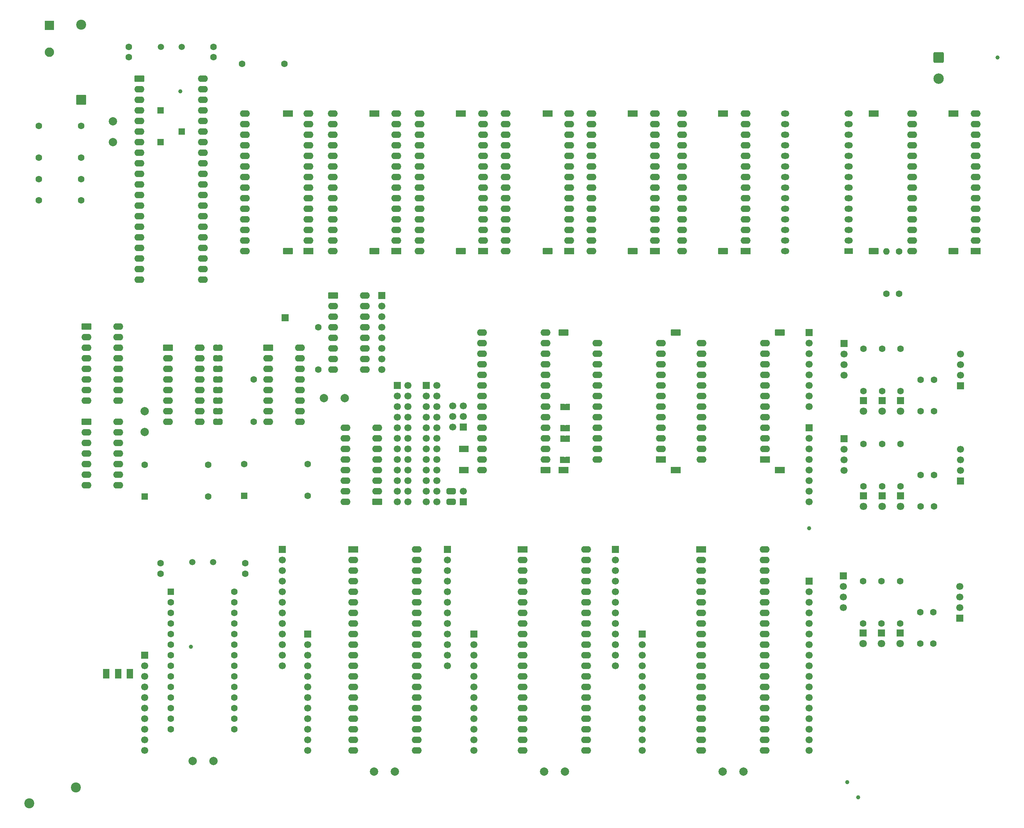
<source format=gbs>
G04 #@! TF.GenerationSoftware,KiCad,Pcbnew,9.0.2*
G04 #@! TF.CreationDate,2025-07-01T19:52:47+02:00*
G04 #@! TF.ProjectId,CPU_X-3,4350555f-582d-4332-9e6b-696361645f70,3*
G04 #@! TF.SameCoordinates,Original*
G04 #@! TF.FileFunction,Soldermask,Bot*
G04 #@! TF.FilePolarity,Negative*
%FSLAX46Y46*%
G04 Gerber Fmt 4.6, Leading zero omitted, Abs format (unit mm)*
G04 Created by KiCad (PCBNEW 9.0.2) date 2025-07-01 19:52:47*
%MOMM*%
%LPD*%
G01*
G04 APERTURE LIST*
G04 Aperture macros list*
%AMRoundRect*
0 Rectangle with rounded corners*
0 $1 Rounding radius*
0 $2 $3 $4 $5 $6 $7 $8 $9 X,Y pos of 4 corners*
0 Add a 4 corners polygon primitive as box body*
4,1,4,$2,$3,$4,$5,$6,$7,$8,$9,$2,$3,0*
0 Add four circle primitives for the rounded corners*
1,1,$1+$1,$2,$3*
1,1,$1+$1,$4,$5*
1,1,$1+$1,$6,$7*
1,1,$1+$1,$8,$9*
0 Add four rect primitives between the rounded corners*
20,1,$1+$1,$2,$3,$4,$5,0*
20,1,$1+$1,$4,$5,$6,$7,0*
20,1,$1+$1,$6,$7,$8,$9,0*
20,1,$1+$1,$8,$9,$2,$3,0*%
%AMFreePoly0*
4,1,23,0.500000,-0.750000,0.000000,-0.750000,0.000000,-0.745722,-0.065263,-0.745722,-0.191342,-0.711940,-0.304381,-0.646677,-0.396677,-0.554381,-0.461940,-0.441342,-0.495722,-0.315263,-0.495722,-0.250000,-0.500000,-0.250000,-0.500000,0.250000,-0.495722,0.250000,-0.495722,0.315263,-0.461940,0.441342,-0.396677,0.554381,-0.304381,0.646677,-0.191342,0.711940,-0.065263,0.745722,0.000000,0.745722,
0.000000,0.750000,0.500000,0.750000,0.500000,-0.750000,0.500000,-0.750000,$1*%
%AMFreePoly1*
4,1,23,0.000000,0.745722,0.065263,0.745722,0.191342,0.711940,0.304381,0.646677,0.396677,0.554381,0.461940,0.441342,0.495722,0.315263,0.495722,0.250000,0.500000,0.250000,0.500000,-0.250000,0.495722,-0.250000,0.495722,-0.315263,0.461940,-0.441342,0.396677,-0.554381,0.304381,-0.646677,0.191342,-0.711940,0.065263,-0.745722,0.000000,-0.745722,0.000000,-0.750000,-0.500000,-0.750000,
-0.500000,0.750000,0.000000,0.750000,0.000000,0.745722,0.000000,0.745722,$1*%
G04 Aperture macros list end*
%ADD10C,1.800000*%
%ADD11R,1.800000X1.800000*%
%ADD12C,1.600000*%
%ADD13R,1.700000X1.700000*%
%ADD14C,1.700000*%
%ADD15RoundRect,0.142858X-1.057142X-0.657142X1.057142X-0.657142X1.057142X0.657142X-1.057142X0.657142X0*%
%ADD16R,2.400000X1.600000*%
%ADD17C,2.000000*%
%ADD18RoundRect,0.250000X-0.950000X-0.550000X0.950000X-0.550000X0.950000X0.550000X-0.950000X0.550000X0*%
%ADD19O,2.400000X1.600000*%
%ADD20C,2.400000*%
%ADD21C,1.500000*%
%ADD22RoundRect,0.142858X1.057142X0.657142X-1.057142X0.657142X-1.057142X-0.657142X1.057142X-0.657142X0*%
%ADD23RoundRect,0.250000X0.950000X0.550000X-0.950000X0.550000X-0.950000X-0.550000X0.950000X-0.550000X0*%
%ADD24R,2.000000X1.440000*%
%ADD25O,2.000000X1.440000*%
%ADD26R,1.600000X1.600000*%
%ADD27RoundRect,0.250000X-1.000000X1.000000X-1.000000X-1.000000X1.000000X-1.000000X1.000000X1.000000X0*%
%ADD28C,2.500000*%
%ADD29RoundRect,0.250000X-0.550000X-0.550000X0.550000X-0.550000X0.550000X0.550000X-0.550000X0.550000X0*%
%ADD30RoundRect,0.250001X0.949999X-0.949999X0.949999X0.949999X-0.949999X0.949999X-0.949999X-0.949999X0*%
%ADD31R,2.250000X2.250000*%
%ADD32C,2.250000*%
%ADD33O,1.600000X1.600000*%
%ADD34FreePoly0,0.000000*%
%ADD35FreePoly1,0.000000*%
%ADD36C,1.000000*%
%ADD37R,1.500000X1.000000*%
%ADD38R,1.500000X1.500000*%
%ADD39R,1.000000X1.500000*%
G04 APERTURE END LIST*
G36*
X75796000Y-121273000D02*
G01*
X76096000Y-121273000D01*
X76096000Y-119773000D01*
X75796000Y-119773000D01*
X75796000Y-121273000D01*
G37*
G36*
X75796000Y-116193000D02*
G01*
X76096000Y-116193000D01*
X76096000Y-114693000D01*
X75796000Y-114693000D01*
X75796000Y-116193000D01*
G37*
G36*
X55614000Y-188760000D02*
G01*
X54114000Y-188760000D01*
X54114000Y-188460000D01*
X55614000Y-188460000D01*
X55614000Y-188760000D01*
G37*
G36*
X159123000Y-132957000D02*
G01*
X159423000Y-132957000D01*
X159423000Y-131457000D01*
X159123000Y-131457000D01*
X159123000Y-132957000D01*
G37*
G36*
X49899000Y-188760000D02*
G01*
X48399000Y-188760000D01*
X48399000Y-188460000D01*
X49899000Y-188460000D01*
X49899000Y-188760000D01*
G37*
G36*
X75796000Y-128893000D02*
G01*
X76096000Y-128893000D01*
X76096000Y-127393000D01*
X75796000Y-127393000D01*
X75796000Y-128893000D01*
G37*
G36*
X159123000Y-125337000D02*
G01*
X159423000Y-125337000D01*
X159423000Y-123837000D01*
X159123000Y-123837000D01*
X159123000Y-125337000D01*
G37*
G36*
X159093000Y-138037000D02*
G01*
X159393000Y-138037000D01*
X159393000Y-136537000D01*
X159093000Y-136537000D01*
X159093000Y-138037000D01*
G37*
G36*
X135136000Y-133870000D02*
G01*
X134836000Y-133870000D01*
X134836000Y-135370000D01*
X135136000Y-135370000D01*
X135136000Y-133870000D01*
G37*
G36*
X75796000Y-126353000D02*
G01*
X76096000Y-126353000D01*
X76096000Y-124853000D01*
X75796000Y-124853000D01*
X75796000Y-126353000D01*
G37*
G36*
X75796000Y-111113000D02*
G01*
X76096000Y-111113000D01*
X76096000Y-109613000D01*
X75796000Y-109613000D01*
X75796000Y-111113000D01*
G37*
G36*
X135151000Y-138950000D02*
G01*
X134851000Y-138950000D01*
X134851000Y-140450000D01*
X135151000Y-140450000D01*
X135151000Y-138950000D01*
G37*
G36*
X131803000Y-145530000D02*
G01*
X132103000Y-145530000D01*
X132103000Y-144030000D01*
X131803000Y-144030000D01*
X131803000Y-145530000D01*
G37*
G36*
X52820000Y-188760000D02*
G01*
X51320000Y-188760000D01*
X51320000Y-188460000D01*
X52820000Y-188460000D01*
X52820000Y-188760000D01*
G37*
G36*
X75796000Y-113653000D02*
G01*
X76096000Y-113653000D01*
X76096000Y-112153000D01*
X75796000Y-112153000D01*
X75796000Y-113653000D01*
G37*
G36*
X159123000Y-130417000D02*
G01*
X159423000Y-130417000D01*
X159423000Y-128917000D01*
X159123000Y-128917000D01*
X159123000Y-130417000D01*
G37*
G36*
X131803000Y-148070000D02*
G01*
X132103000Y-148070000D01*
X132103000Y-146570000D01*
X131803000Y-146570000D01*
X131803000Y-148070000D01*
G37*
G36*
X75796000Y-123813000D02*
G01*
X76096000Y-123813000D01*
X76096000Y-122313000D01*
X75796000Y-122313000D01*
X75796000Y-123813000D01*
G37*
G36*
X75796000Y-118733000D02*
G01*
X76096000Y-118733000D01*
X76096000Y-117233000D01*
X75796000Y-117233000D01*
X75796000Y-118733000D01*
G37*
D10*
X235331000Y-148396000D03*
D11*
X235331000Y-145856000D03*
D12*
X100076000Y-105410000D03*
X100076000Y-115570000D03*
D13*
X226187000Y-109280000D03*
D14*
X226187000Y-111820000D03*
X226187000Y-114360000D03*
X226187000Y-116900000D03*
D12*
X230759000Y-176530000D03*
X230759000Y-166370000D03*
D15*
X252476000Y-87122000D03*
D16*
X252476000Y-54122000D03*
D15*
X134239000Y-87102000D03*
D16*
X134239000Y-54102000D03*
D13*
X91440000Y-158750000D03*
D14*
X91440000Y-161290000D03*
X91440000Y-163830000D03*
X91440000Y-166370000D03*
X91440000Y-168910000D03*
X91440000Y-171450000D03*
X91440000Y-173990000D03*
X91440000Y-176530000D03*
X91440000Y-179070000D03*
X91440000Y-181610000D03*
X91440000Y-184150000D03*
X91440000Y-186690000D03*
D17*
X50800000Y-60960000D03*
X50800000Y-55960000D03*
D12*
X33020000Y-74930000D03*
X43180000Y-74930000D03*
D13*
X254000000Y-175260000D03*
D14*
X254000000Y-172720000D03*
X254000000Y-170180000D03*
X254000000Y-167640000D03*
D12*
X82550000Y-164572000D03*
X82550000Y-162072000D03*
D11*
X230886000Y-145856000D03*
D10*
X230886000Y-148396000D03*
D13*
X115316000Y-97790000D03*
D14*
X115316000Y-100330000D03*
X115316000Y-102870000D03*
X115316000Y-105410000D03*
X115316000Y-107950000D03*
X115316000Y-110490000D03*
X115316000Y-113030000D03*
X115316000Y-115570000D03*
D15*
X175514000Y-87102000D03*
D16*
X175514000Y-54102000D03*
D13*
X254127000Y-142300000D03*
D14*
X254127000Y-139760000D03*
X254127000Y-137220000D03*
X254127000Y-134680000D03*
D18*
X103632000Y-97790000D03*
D19*
X103632000Y-100330000D03*
X103632000Y-102870000D03*
X103632000Y-105410000D03*
X103632000Y-107950000D03*
X103632000Y-110490000D03*
X103632000Y-113030000D03*
X103632000Y-115570000D03*
X111252000Y-115570000D03*
X111252000Y-113030000D03*
X111252000Y-110490000D03*
X111252000Y-107950000D03*
X111252000Y-105410000D03*
X111252000Y-102870000D03*
X111252000Y-100330000D03*
X111252000Y-97790000D03*
D12*
X235204000Y-176530000D03*
X235204000Y-166370000D03*
D13*
X226060000Y-165100000D03*
D14*
X226060000Y-167640000D03*
X226060000Y-170180000D03*
X226060000Y-172720000D03*
D12*
X91948000Y-42164000D03*
X81788000Y-42164000D03*
X54610000Y-38100000D03*
X54610000Y-40600000D03*
D20*
X41910000Y-215900000D03*
D13*
X177800000Y-179070000D03*
D14*
X177800000Y-181610000D03*
X177800000Y-184150000D03*
X177800000Y-186690000D03*
X177800000Y-189230000D03*
X177800000Y-191770000D03*
X177800000Y-194310000D03*
X177800000Y-196850000D03*
X177800000Y-199390000D03*
X177800000Y-201930000D03*
X177800000Y-204470000D03*
X177800000Y-207010000D03*
D13*
X118999000Y-119380000D03*
D14*
X121539000Y-119380000D03*
X118999000Y-121920000D03*
X121539000Y-121920000D03*
X118999000Y-124460000D03*
X121539000Y-124460000D03*
X118999000Y-127000000D03*
X121539000Y-127000000D03*
X118999000Y-129540000D03*
X121539000Y-129540000D03*
X118999000Y-132080000D03*
X121539000Y-132080000D03*
X118999000Y-134620000D03*
X121539000Y-134620000D03*
X118999000Y-137160000D03*
X121539000Y-137160000D03*
X118999000Y-139700000D03*
X121539000Y-139700000D03*
X118999000Y-142240000D03*
X121539000Y-142240000D03*
X118999000Y-144780000D03*
X121539000Y-144780000D03*
X118999000Y-147320000D03*
X121539000Y-147320000D03*
D16*
X191897000Y-158750000D03*
D19*
X191897000Y-161290000D03*
X191897000Y-163830000D03*
X191897000Y-166370000D03*
X191897000Y-168910000D03*
X191897000Y-171450000D03*
X191897000Y-173990000D03*
X191897000Y-176530000D03*
X191897000Y-179070000D03*
X191897000Y-181610000D03*
X191897000Y-184150000D03*
X191897000Y-186690000D03*
X191897000Y-189230000D03*
X191897000Y-191770000D03*
X191897000Y-194310000D03*
X191897000Y-196850000D03*
X191897000Y-199390000D03*
X191897000Y-201930000D03*
X191897000Y-204470000D03*
X191897000Y-207010000D03*
X207137000Y-207010000D03*
X207137000Y-204470000D03*
X207137000Y-201930000D03*
X207137000Y-199390000D03*
X207137000Y-196850000D03*
X207137000Y-194310000D03*
X207137000Y-191770000D03*
X207137000Y-189230000D03*
X207137000Y-186690000D03*
X207137000Y-184150000D03*
X207137000Y-181610000D03*
X207137000Y-179070000D03*
X207137000Y-176530000D03*
X207137000Y-173990000D03*
X207137000Y-171450000D03*
X207137000Y-168910000D03*
X207137000Y-166370000D03*
X207137000Y-163830000D03*
X207137000Y-161290000D03*
X207137000Y-158750000D03*
D11*
X239776000Y-122996000D03*
D10*
X239776000Y-125536000D03*
D15*
X92750000Y-87102000D03*
D16*
X92750000Y-54102000D03*
D11*
X230759000Y-178816000D03*
D10*
X230759000Y-181356000D03*
D13*
X217805000Y-129540000D03*
D14*
X217805000Y-132080000D03*
X217805000Y-134620000D03*
X217805000Y-137160000D03*
X217805000Y-139700000D03*
X217805000Y-142240000D03*
X217805000Y-144780000D03*
X217805000Y-147320000D03*
D21*
X62312500Y-38100000D03*
X67312500Y-38100000D03*
D12*
X62230000Y-162072000D03*
X62230000Y-164572000D03*
D21*
X69850000Y-161798000D03*
X74850000Y-161798000D03*
D18*
X44450000Y-128143000D03*
D19*
X44450000Y-130683000D03*
X44450000Y-133223000D03*
X44450000Y-135763000D03*
X44450000Y-138303000D03*
X44450000Y-140843000D03*
X44450000Y-143383000D03*
X52070000Y-143383000D03*
X52070000Y-140843000D03*
X52070000Y-138303000D03*
X52070000Y-135763000D03*
X52070000Y-133223000D03*
X52070000Y-130683000D03*
X52070000Y-128143000D03*
D12*
X230886000Y-120710000D03*
X230886000Y-110550000D03*
D16*
X257810000Y-87122000D03*
D19*
X257810000Y-84582000D03*
X257810000Y-82042000D03*
X257810000Y-79502000D03*
X257810000Y-76962000D03*
X257810000Y-74422000D03*
X257810000Y-71882000D03*
X257810000Y-69342000D03*
X257810000Y-66802000D03*
X257810000Y-64262000D03*
X257810000Y-61722000D03*
X257810000Y-59182000D03*
X257810000Y-56642000D03*
X257810000Y-54102000D03*
X242570000Y-54102000D03*
X242570000Y-56642000D03*
X242570000Y-59182000D03*
X242570000Y-61722000D03*
X242570000Y-64262000D03*
X242570000Y-66802000D03*
X242570000Y-69342000D03*
X242570000Y-71882000D03*
X242570000Y-74422000D03*
X242570000Y-76962000D03*
X242570000Y-79502000D03*
X242570000Y-82042000D03*
X242570000Y-84582000D03*
X242570000Y-87122000D03*
D17*
X101426000Y-122428000D03*
X106426000Y-122428000D03*
X197057000Y-212090000D03*
X202057000Y-212090000D03*
D22*
X185801000Y-106680000D03*
D16*
X185801000Y-139680000D03*
D18*
X64008000Y-110363000D03*
D19*
X64008000Y-112903000D03*
X64008000Y-115443000D03*
X64008000Y-117983000D03*
X64008000Y-120523000D03*
X64008000Y-123063000D03*
X64008000Y-125603000D03*
X64008000Y-128143000D03*
X71628000Y-128143000D03*
X71628000Y-125603000D03*
X71628000Y-123063000D03*
X71628000Y-120523000D03*
X71628000Y-117983000D03*
X71628000Y-115443000D03*
X71628000Y-112903000D03*
X71628000Y-110363000D03*
D16*
X180848000Y-87122000D03*
D19*
X180848000Y-84582000D03*
X180848000Y-82042000D03*
X180848000Y-79502000D03*
X180848000Y-76962000D03*
X180848000Y-74422000D03*
X180848000Y-71882000D03*
X180848000Y-69342000D03*
X180848000Y-66802000D03*
X180848000Y-64262000D03*
X180848000Y-61722000D03*
X180848000Y-59182000D03*
X180848000Y-56642000D03*
X180848000Y-54102000D03*
X165608000Y-54102000D03*
X165608000Y-56642000D03*
X165608000Y-59182000D03*
X165608000Y-61722000D03*
X165608000Y-64262000D03*
X165608000Y-66802000D03*
X165608000Y-69342000D03*
X165608000Y-71882000D03*
X165608000Y-74422000D03*
X165608000Y-76962000D03*
X165608000Y-79502000D03*
X165608000Y-82042000D03*
X165608000Y-84582000D03*
X165608000Y-87122000D03*
D17*
X113428175Y-212090000D03*
X118428175Y-212090000D03*
X154258000Y-212090000D03*
X159258000Y-212090000D03*
D16*
X207264000Y-137160000D03*
D19*
X207264000Y-134620000D03*
X207264000Y-132080000D03*
X207264000Y-129540000D03*
X207264000Y-127000000D03*
X207264000Y-124460000D03*
X207264000Y-121920000D03*
X207264000Y-119380000D03*
X207264000Y-116840000D03*
X207264000Y-114300000D03*
X207264000Y-111760000D03*
X207264000Y-109220000D03*
X192024000Y-109220000D03*
X192024000Y-111760000D03*
X192024000Y-114300000D03*
X192024000Y-116840000D03*
X192024000Y-119380000D03*
X192024000Y-121920000D03*
X192024000Y-124460000D03*
X192024000Y-127000000D03*
X192024000Y-129540000D03*
X192024000Y-132080000D03*
X192024000Y-134620000D03*
X192024000Y-137160000D03*
D12*
X239776000Y-110550000D03*
X239776000Y-120710000D03*
D11*
X230886000Y-122996000D03*
D10*
X230886000Y-125536000D03*
D12*
X239395000Y-97409000D03*
X239395000Y-87249000D03*
D11*
X239776000Y-145856000D03*
D10*
X239776000Y-148396000D03*
D18*
X88011000Y-110363000D03*
D19*
X88011000Y-112903000D03*
X88011000Y-115443000D03*
X88011000Y-117983000D03*
X88011000Y-120523000D03*
X88011000Y-123063000D03*
X88011000Y-125603000D03*
X88011000Y-128143000D03*
X95631000Y-128143000D03*
X95631000Y-125603000D03*
X95631000Y-123063000D03*
X95631000Y-120523000D03*
X95631000Y-117983000D03*
X95631000Y-115443000D03*
X95631000Y-112903000D03*
X95631000Y-110363000D03*
D22*
X158924000Y-106680000D03*
D16*
X158924000Y-139680000D03*
D13*
X125984000Y-119380000D03*
D14*
X128524000Y-119380000D03*
X125984000Y-121920000D03*
X128524000Y-121920000D03*
X125984000Y-124460000D03*
X128524000Y-124460000D03*
X125984000Y-127000000D03*
X128524000Y-127000000D03*
X125984000Y-129540000D03*
X128524000Y-129540000D03*
X125984000Y-132080000D03*
X128524000Y-132080000D03*
X125984000Y-134620000D03*
X128524000Y-134620000D03*
X125984000Y-137160000D03*
X128524000Y-137160000D03*
X125984000Y-139700000D03*
X128524000Y-139700000D03*
X125984000Y-142240000D03*
X128524000Y-142240000D03*
X125984000Y-144780000D03*
X128524000Y-144780000D03*
X125984000Y-147320000D03*
X128524000Y-147320000D03*
D23*
X114173000Y-147320000D03*
D19*
X114173000Y-144780000D03*
X114173000Y-142240000D03*
X114173000Y-139700000D03*
X114173000Y-137160000D03*
X114173000Y-134620000D03*
X114173000Y-132080000D03*
X114173000Y-129540000D03*
X106553000Y-129540000D03*
X106553000Y-132080000D03*
X106553000Y-134620000D03*
X106553000Y-137160000D03*
X106553000Y-139700000D03*
X106553000Y-142240000D03*
X106553000Y-144780000D03*
X106553000Y-147320000D03*
D18*
X44450000Y-105283000D03*
D19*
X44450000Y-107823000D03*
X44450000Y-110363000D03*
X44450000Y-112903000D03*
X44450000Y-115443000D03*
X44450000Y-117983000D03*
X44450000Y-120523000D03*
X44450000Y-123063000D03*
X52070000Y-123063000D03*
X52070000Y-120523000D03*
X52070000Y-117983000D03*
X52070000Y-115443000D03*
X52070000Y-112903000D03*
X52070000Y-110363000D03*
X52070000Y-107823000D03*
X52070000Y-105283000D03*
D23*
X154559000Y-139700000D03*
D19*
X154559000Y-137160000D03*
X154559000Y-134620000D03*
X154559000Y-132080000D03*
X154559000Y-129540000D03*
X154559000Y-127000000D03*
X154559000Y-124460000D03*
X154559000Y-121920000D03*
X154559000Y-119380000D03*
X154559000Y-116840000D03*
X154559000Y-114300000D03*
X154559000Y-111760000D03*
X154559000Y-109220000D03*
X154559000Y-106680000D03*
X139319000Y-106680000D03*
X139319000Y-109220000D03*
X139319000Y-111760000D03*
X139319000Y-114300000D03*
X139319000Y-116840000D03*
X139319000Y-119380000D03*
X139319000Y-121920000D03*
X139319000Y-124460000D03*
X139319000Y-127000000D03*
X139319000Y-129540000D03*
X139319000Y-132080000D03*
X139319000Y-134620000D03*
X139319000Y-137160000D03*
X139319000Y-139700000D03*
D12*
X247777000Y-118043000D03*
X247777000Y-125543000D03*
X84582000Y-117983000D03*
X84582000Y-128143000D03*
D13*
X92075000Y-103124000D03*
D16*
X118745000Y-87122000D03*
D19*
X118745000Y-84582000D03*
X118745000Y-82042000D03*
X118745000Y-79502000D03*
X118745000Y-76962000D03*
X118745000Y-74422000D03*
X118745000Y-71882000D03*
X118745000Y-69342000D03*
X118745000Y-66802000D03*
X118745000Y-64262000D03*
X118745000Y-61722000D03*
X118745000Y-59182000D03*
X118745000Y-56642000D03*
X118745000Y-54102000D03*
X103505000Y-54102000D03*
X103505000Y-56642000D03*
X103505000Y-59182000D03*
X103505000Y-61722000D03*
X103505000Y-64262000D03*
X103505000Y-66802000D03*
X103505000Y-69342000D03*
X103505000Y-71882000D03*
X103505000Y-74422000D03*
X103505000Y-76962000D03*
X103505000Y-79502000D03*
X103505000Y-82042000D03*
X103505000Y-84582000D03*
X103505000Y-87122000D03*
D24*
X227330000Y-87122000D03*
D25*
X227330000Y-84582000D03*
X227330000Y-82042000D03*
X227330000Y-79502000D03*
X227330000Y-76962000D03*
X227330000Y-74422000D03*
X227330000Y-71882000D03*
X227330000Y-69342000D03*
X227330000Y-66802000D03*
X227330000Y-64262000D03*
X227330000Y-61722000D03*
X227330000Y-59182000D03*
X227330000Y-56642000D03*
X227330000Y-54102000D03*
X212090000Y-54102000D03*
X212090000Y-56642000D03*
X212090000Y-59182000D03*
X212090000Y-61722000D03*
X212090000Y-64262000D03*
X212090000Y-66802000D03*
X212090000Y-69342000D03*
X212090000Y-71882000D03*
X212090000Y-74422000D03*
X212090000Y-76962000D03*
X212090000Y-79502000D03*
X212090000Y-82042000D03*
X212090000Y-84582000D03*
X212090000Y-87122000D03*
D26*
X82296000Y-145923000D03*
D12*
X97536000Y-145923000D03*
X97536000Y-138303000D03*
X82296000Y-138303000D03*
D15*
X155067000Y-87122000D03*
D16*
X155067000Y-54122000D03*
X182245000Y-137160000D03*
D19*
X182245000Y-134620000D03*
X182245000Y-132080000D03*
X182245000Y-129540000D03*
X182245000Y-127000000D03*
X182245000Y-124460000D03*
X182245000Y-121920000D03*
X182245000Y-119380000D03*
X182245000Y-116840000D03*
X182245000Y-114300000D03*
X182245000Y-111760000D03*
X182245000Y-109220000D03*
X167005000Y-109220000D03*
X167005000Y-111760000D03*
X167005000Y-114300000D03*
X167005000Y-116840000D03*
X167005000Y-119380000D03*
X167005000Y-121920000D03*
X167005000Y-124460000D03*
X167005000Y-127000000D03*
X167005000Y-129540000D03*
X167005000Y-132080000D03*
X167005000Y-134620000D03*
X167005000Y-137160000D03*
D16*
X108458000Y-158750000D03*
D19*
X108458000Y-161290000D03*
X108458000Y-163830000D03*
X108458000Y-166370000D03*
X108458000Y-168910000D03*
X108458000Y-171450000D03*
X108458000Y-173990000D03*
X108458000Y-176530000D03*
X108458000Y-179070000D03*
X108458000Y-181610000D03*
X108458000Y-184150000D03*
X108458000Y-186690000D03*
X108458000Y-189230000D03*
X108458000Y-191770000D03*
X108458000Y-194310000D03*
X108458000Y-196850000D03*
X108458000Y-199390000D03*
X108458000Y-201930000D03*
X108458000Y-204470000D03*
X108458000Y-207010000D03*
X123698000Y-207010000D03*
X123698000Y-204470000D03*
X123698000Y-201930000D03*
X123698000Y-199390000D03*
X123698000Y-196850000D03*
X123698000Y-194310000D03*
X123698000Y-191770000D03*
X123698000Y-189230000D03*
X123698000Y-186690000D03*
X123698000Y-184150000D03*
X123698000Y-181610000D03*
X123698000Y-179070000D03*
X123698000Y-176530000D03*
X123698000Y-173990000D03*
X123698000Y-171450000D03*
X123698000Y-168910000D03*
X123698000Y-166370000D03*
X123698000Y-163830000D03*
X123698000Y-161290000D03*
X123698000Y-158750000D03*
D27*
X248920000Y-40640000D03*
D28*
X248920000Y-45720000D03*
D12*
X235331000Y-120710000D03*
X235331000Y-110550000D03*
X239776000Y-133410000D03*
X239776000Y-143570000D03*
D13*
X134874000Y-147320000D03*
D14*
X134874000Y-144780000D03*
D12*
X247777000Y-140903000D03*
X247777000Y-148403000D03*
X33020000Y-57040000D03*
X43180000Y-57040000D03*
D22*
X210820000Y-106700000D03*
D16*
X210820000Y-139700000D03*
D13*
X131064000Y-158750000D03*
D14*
X131064000Y-161290000D03*
X131064000Y-163830000D03*
X131064000Y-166370000D03*
X131064000Y-168910000D03*
X131064000Y-171450000D03*
X131064000Y-173990000D03*
X131064000Y-176530000D03*
X131064000Y-179070000D03*
X131064000Y-181610000D03*
X131064000Y-184150000D03*
X131064000Y-186690000D03*
D12*
X247650000Y-173856000D03*
X247650000Y-181356000D03*
X244602000Y-140903000D03*
X244602000Y-148403000D03*
D16*
X139573000Y-87122000D03*
D19*
X139573000Y-84582000D03*
X139573000Y-82042000D03*
X139573000Y-79502000D03*
X139573000Y-76962000D03*
X139573000Y-74422000D03*
X139573000Y-71882000D03*
X139573000Y-69342000D03*
X139573000Y-66802000D03*
X139573000Y-64262000D03*
X139573000Y-61722000D03*
X139573000Y-59182000D03*
X139573000Y-56642000D03*
X139573000Y-54102000D03*
X124333000Y-54102000D03*
X124333000Y-56642000D03*
X124333000Y-59182000D03*
X124333000Y-61722000D03*
X124333000Y-64262000D03*
X124333000Y-66802000D03*
X124333000Y-69342000D03*
X124333000Y-71882000D03*
X124333000Y-74422000D03*
X124333000Y-76962000D03*
X124333000Y-79502000D03*
X124333000Y-82042000D03*
X124333000Y-84582000D03*
X124333000Y-87122000D03*
D17*
X58420000Y-130603000D03*
X58420000Y-125603000D03*
D16*
X160274000Y-87122000D03*
D19*
X160274000Y-84582000D03*
X160274000Y-82042000D03*
X160274000Y-79502000D03*
X160274000Y-76962000D03*
X160274000Y-74422000D03*
X160274000Y-71882000D03*
X160274000Y-69342000D03*
X160274000Y-66802000D03*
X160274000Y-64262000D03*
X160274000Y-61722000D03*
X160274000Y-59182000D03*
X160274000Y-56642000D03*
X160274000Y-54102000D03*
X145034000Y-54102000D03*
X145034000Y-56642000D03*
X145034000Y-59182000D03*
X145034000Y-61722000D03*
X145034000Y-64262000D03*
X145034000Y-66802000D03*
X145034000Y-69342000D03*
X145034000Y-71882000D03*
X145034000Y-74422000D03*
X145034000Y-76962000D03*
X145034000Y-79502000D03*
X145034000Y-82042000D03*
X145034000Y-84582000D03*
X145034000Y-87122000D03*
D16*
X97663000Y-87122000D03*
D19*
X97663000Y-84582000D03*
X97663000Y-82042000D03*
X97663000Y-79502000D03*
X97663000Y-76962000D03*
X97663000Y-74422000D03*
X97663000Y-71882000D03*
X97663000Y-69342000D03*
X97663000Y-66802000D03*
X97663000Y-64262000D03*
X97663000Y-61722000D03*
X97663000Y-59182000D03*
X97663000Y-56642000D03*
X97663000Y-54102000D03*
X82423000Y-54102000D03*
X82423000Y-56642000D03*
X82423000Y-59182000D03*
X82423000Y-61722000D03*
X82423000Y-64262000D03*
X82423000Y-66802000D03*
X82423000Y-69342000D03*
X82423000Y-71882000D03*
X82423000Y-74422000D03*
X82423000Y-76962000D03*
X82423000Y-79502000D03*
X82423000Y-82042000D03*
X82423000Y-84582000D03*
X82423000Y-87122000D03*
D15*
X233299000Y-87102000D03*
D16*
X233299000Y-54102000D03*
D13*
X171323000Y-158750000D03*
D14*
X171323000Y-161290000D03*
X171323000Y-163830000D03*
X171323000Y-166370000D03*
X171323000Y-168910000D03*
X171323000Y-171450000D03*
X171323000Y-173990000D03*
X171323000Y-176530000D03*
X171323000Y-179070000D03*
X171323000Y-181610000D03*
X171323000Y-184150000D03*
X171323000Y-186690000D03*
D15*
X113538000Y-87102000D03*
D16*
X113538000Y-54102000D03*
D11*
X235331000Y-122996000D03*
D10*
X235331000Y-125536000D03*
D13*
X217805000Y-166370000D03*
D14*
X217805000Y-168910000D03*
X217805000Y-171450000D03*
X217805000Y-173990000D03*
X217805000Y-176530000D03*
X217805000Y-179070000D03*
X217805000Y-181610000D03*
X217805000Y-184150000D03*
X217805000Y-186690000D03*
X217805000Y-189230000D03*
X217805000Y-191770000D03*
X217805000Y-194310000D03*
X217805000Y-196850000D03*
X217805000Y-199390000D03*
X217805000Y-201930000D03*
X217805000Y-204470000D03*
X217805000Y-207010000D03*
D29*
X64643000Y-168910000D03*
D12*
X64643000Y-171450000D03*
X64643000Y-173990000D03*
X64643000Y-176530000D03*
X64643000Y-179070000D03*
X64643000Y-181610000D03*
X64643000Y-184150000D03*
X64643000Y-186690000D03*
X64643000Y-189230000D03*
X64643000Y-191770000D03*
X64643000Y-194310000D03*
X64643000Y-196850000D03*
X64643000Y-199390000D03*
X64643000Y-201930000D03*
X79883000Y-201930000D03*
X79883000Y-199390000D03*
X79883000Y-196850000D03*
X79883000Y-194310000D03*
X79883000Y-191770000D03*
X79883000Y-189230000D03*
X79883000Y-186690000D03*
X79883000Y-184150000D03*
X79883000Y-181610000D03*
X79883000Y-179070000D03*
X79883000Y-176530000D03*
X79883000Y-173990000D03*
X79883000Y-171450000D03*
X79883000Y-168910000D03*
D16*
X202565000Y-87122000D03*
D19*
X202565000Y-84582000D03*
X202565000Y-82042000D03*
X202565000Y-79502000D03*
X202565000Y-76962000D03*
X202565000Y-74422000D03*
X202565000Y-71882000D03*
X202565000Y-69342000D03*
X202565000Y-66802000D03*
X202565000Y-64262000D03*
X202565000Y-61722000D03*
X202565000Y-59182000D03*
X202565000Y-56642000D03*
X202565000Y-54102000D03*
X187325000Y-54102000D03*
X187325000Y-56642000D03*
X187325000Y-59182000D03*
X187325000Y-61722000D03*
X187325000Y-64262000D03*
X187325000Y-66802000D03*
X187325000Y-69342000D03*
X187325000Y-71882000D03*
X187325000Y-74422000D03*
X187325000Y-76962000D03*
X187325000Y-79502000D03*
X187325000Y-82042000D03*
X187325000Y-84582000D03*
X187325000Y-87122000D03*
D20*
X30734000Y-219710000D03*
D13*
X226187000Y-132140000D03*
D14*
X226187000Y-134680000D03*
X226187000Y-137220000D03*
X226187000Y-139760000D03*
D12*
X33020000Y-69850000D03*
X43180000Y-69850000D03*
D26*
X58420000Y-146050000D03*
D12*
X73660000Y-146050000D03*
X73660000Y-138430000D03*
X58420000Y-138430000D03*
D30*
X43180000Y-50800000D03*
D20*
X43180000Y-32800000D03*
D12*
X244602000Y-118043000D03*
X244602000Y-125543000D03*
D13*
X217805000Y-106680000D03*
D14*
X217805000Y-109220000D03*
X217805000Y-111760000D03*
X217805000Y-114300000D03*
X217805000Y-116840000D03*
X217805000Y-119380000D03*
X217805000Y-121920000D03*
X217805000Y-124460000D03*
D11*
X235204000Y-178816000D03*
D10*
X235204000Y-181356000D03*
D12*
X33020000Y-64660000D03*
X43180000Y-64660000D03*
D13*
X254127000Y-119440000D03*
D14*
X254127000Y-116900000D03*
X254127000Y-114360000D03*
X254127000Y-111820000D03*
D12*
X239649000Y-166370000D03*
X239649000Y-176530000D03*
D11*
X239649000Y-178816000D03*
D10*
X239649000Y-181356000D03*
D13*
X97536000Y-179070000D03*
D14*
X97536000Y-181610000D03*
X97536000Y-184150000D03*
X97536000Y-186690000D03*
X97536000Y-189230000D03*
X97536000Y-191770000D03*
X97536000Y-194310000D03*
X97536000Y-196850000D03*
X97536000Y-199390000D03*
X97536000Y-201930000D03*
X97536000Y-204470000D03*
X97536000Y-207010000D03*
D12*
X74930000Y-40600000D03*
X74930000Y-38100000D03*
D31*
X35565000Y-32905000D03*
D32*
X35565000Y-39405000D03*
D16*
X149098000Y-158750000D03*
D19*
X149098000Y-161290000D03*
X149098000Y-163830000D03*
X149098000Y-166370000D03*
X149098000Y-168910000D03*
X149098000Y-171450000D03*
X149098000Y-173990000D03*
X149098000Y-176530000D03*
X149098000Y-179070000D03*
X149098000Y-181610000D03*
X149098000Y-184150000D03*
X149098000Y-186690000D03*
X149098000Y-189230000D03*
X149098000Y-191770000D03*
X149098000Y-194310000D03*
X149098000Y-196850000D03*
X149098000Y-199390000D03*
X149098000Y-201930000D03*
X149098000Y-204470000D03*
X149098000Y-207010000D03*
X164338000Y-207010000D03*
X164338000Y-204470000D03*
X164338000Y-201930000D03*
X164338000Y-199390000D03*
X164338000Y-196850000D03*
X164338000Y-194310000D03*
X164338000Y-191770000D03*
X164338000Y-189230000D03*
X164338000Y-186690000D03*
X164338000Y-184150000D03*
X164338000Y-181610000D03*
X164338000Y-179070000D03*
X164338000Y-176530000D03*
X164338000Y-173990000D03*
X164338000Y-171450000D03*
X164338000Y-168910000D03*
X164338000Y-166370000D03*
X164338000Y-163830000D03*
X164338000Y-161290000D03*
X164338000Y-158750000D03*
D13*
X137414000Y-179070000D03*
D14*
X137414000Y-181610000D03*
X137414000Y-184150000D03*
X137414000Y-186690000D03*
X137414000Y-189230000D03*
X137414000Y-191770000D03*
X137414000Y-194310000D03*
X137414000Y-196850000D03*
X137414000Y-199390000D03*
X137414000Y-201930000D03*
X137414000Y-204470000D03*
X137414000Y-207010000D03*
D13*
X58420000Y-184150000D03*
D14*
X58420000Y-186690000D03*
X58420000Y-189230000D03*
X58420000Y-191770000D03*
X58420000Y-194310000D03*
X58420000Y-196850000D03*
X58420000Y-199390000D03*
X58420000Y-201930000D03*
X58420000Y-204470000D03*
X58420000Y-207010000D03*
D15*
X197144000Y-87112000D03*
D16*
X197144000Y-54112000D03*
D12*
X235331000Y-143570000D03*
X235331000Y-133410000D03*
X230886000Y-143570000D03*
X230886000Y-133410000D03*
D17*
X74890000Y-209550000D03*
X69890000Y-209550000D03*
D18*
X57155000Y-45720000D03*
D19*
X57155000Y-48260000D03*
X57155000Y-50800000D03*
X57155000Y-53340000D03*
X57155000Y-55880000D03*
X57155000Y-58420000D03*
X57155000Y-60960000D03*
X57155000Y-63500000D03*
X57155000Y-66040000D03*
X57155000Y-68580000D03*
X57155000Y-71120000D03*
X57155000Y-73660000D03*
X57155000Y-76200000D03*
X57155000Y-78740000D03*
X57155000Y-81280000D03*
X57155000Y-83820000D03*
X57155000Y-86360000D03*
X57155000Y-88900000D03*
X57155000Y-91440000D03*
X57155000Y-93980000D03*
X72395000Y-93980000D03*
X72395000Y-91440000D03*
X72395000Y-88900000D03*
X72395000Y-86360000D03*
X72395000Y-83820000D03*
X72395000Y-81280000D03*
X72395000Y-78740000D03*
X72395000Y-76200000D03*
X72395000Y-73660000D03*
X72395000Y-71120000D03*
X72395000Y-68580000D03*
X72395000Y-66040000D03*
X72395000Y-63500000D03*
X72395000Y-60960000D03*
X72395000Y-58420000D03*
X72395000Y-55880000D03*
X72395000Y-53340000D03*
X72395000Y-50800000D03*
X72395000Y-48260000D03*
X72395000Y-45720000D03*
D12*
X244475000Y-173856000D03*
X244475000Y-181356000D03*
D13*
X134874000Y-129413000D03*
D14*
X132334000Y-129413000D03*
X134874000Y-126873000D03*
X132334000Y-126873000D03*
X134874000Y-124333000D03*
X132334000Y-124333000D03*
D12*
X236347000Y-97392000D03*
D33*
X236347000Y-87232000D03*
D34*
X75296000Y-120523000D03*
D35*
X76596000Y-120523000D03*
D36*
X226949000Y-214630000D03*
X263017000Y-40640000D03*
D34*
X75296000Y-115443000D03*
D35*
X76596000Y-115443000D03*
D37*
X54864000Y-189260000D03*
X54864000Y-187960000D03*
D36*
X229616000Y-218313000D03*
D38*
X67310000Y-58420000D03*
D39*
X158623000Y-132207000D03*
X159923000Y-132207000D03*
D36*
X69469000Y-182118000D03*
D38*
X62230000Y-60960000D03*
D37*
X49149000Y-189260000D03*
X49149000Y-187960000D03*
D34*
X75296000Y-128143000D03*
D35*
X76596000Y-128143000D03*
D39*
X158623000Y-124587000D03*
X159923000Y-124587000D03*
X158593000Y-137287000D03*
X159893000Y-137287000D03*
X135636000Y-134620000D03*
X134336000Y-134620000D03*
D34*
X75296000Y-125603000D03*
D35*
X76596000Y-125603000D03*
D38*
X62230000Y-53340000D03*
D34*
X75296000Y-110363000D03*
D35*
X76596000Y-110363000D03*
D39*
X135651000Y-139700000D03*
X134351000Y-139700000D03*
D36*
X217805000Y-153670000D03*
D34*
X131303000Y-144780000D03*
D35*
X132603000Y-144780000D03*
D36*
X66929000Y-48768000D03*
D37*
X52070000Y-189260000D03*
X52070000Y-187960000D03*
D34*
X75296000Y-112903000D03*
D35*
X76596000Y-112903000D03*
D39*
X158623000Y-129667000D03*
X159923000Y-129667000D03*
D34*
X131303000Y-147320000D03*
D35*
X132603000Y-147320000D03*
D34*
X75296000Y-123063000D03*
D35*
X76596000Y-123063000D03*
D34*
X75296000Y-117983000D03*
D35*
X76596000Y-117983000D03*
M02*

</source>
